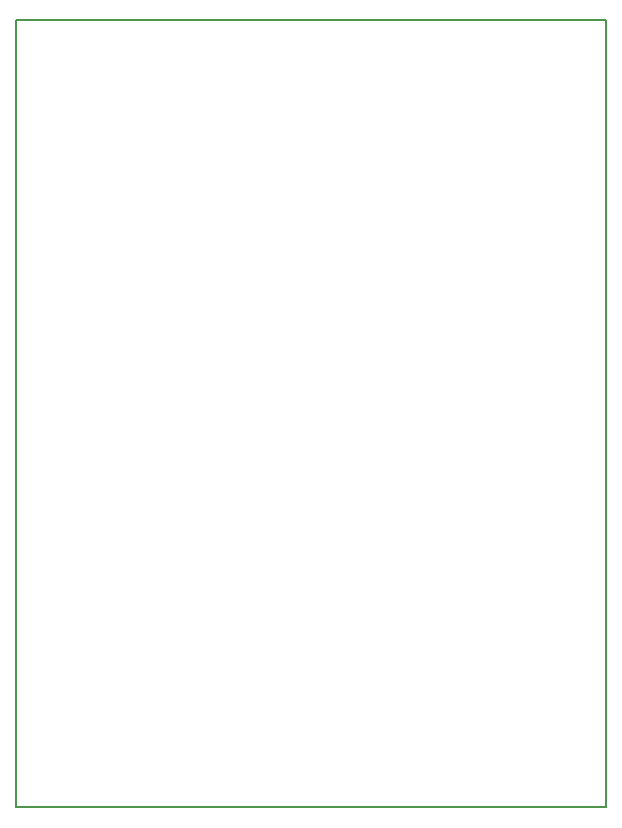
<source format=gm1>
G04 MADE WITH FRITZING*
G04 WWW.FRITZING.ORG*
G04 DOUBLE SIDED*
G04 HOLES PLATED*
G04 CONTOUR ON CENTER OF CONTOUR VECTOR*
%ASAXBY*%
%FSLAX23Y23*%
%MOIN*%
%OFA0B0*%
%SFA1.0B1.0*%
%ADD10R,1.975260X2.629970*%
%ADD11C,0.008000*%
%ADD10C,0.008*%
%LNCONTOUR*%
G90*
G70*
G54D10*
G54D11*
X4Y2626D02*
X1971Y2626D01*
X1971Y4D01*
X4Y4D01*
X4Y2626D01*
D02*
G04 End of contour*
M02*
</source>
